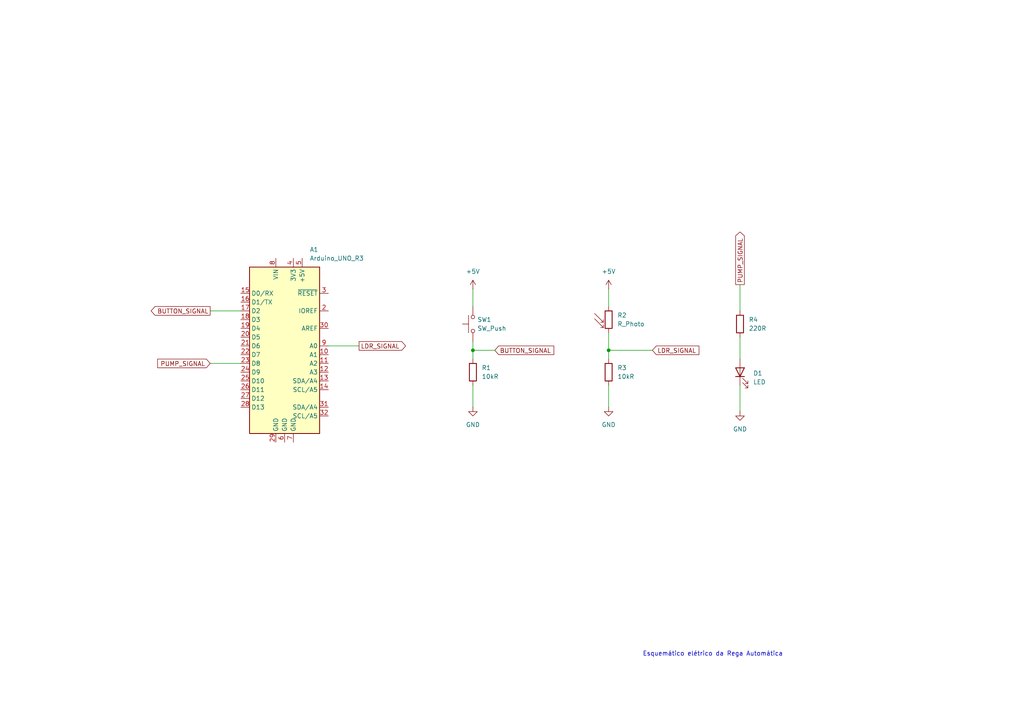
<source format=kicad_sch>
(kicad_sch (version 20231120) (generator "eeschema") (generator_version "8.0")
  (paper "A4")
  (lib_symbols
    (symbol "Device:LED" (pin_numbers hide) (pin_names (offset 1.016) hide)
      (property "Reference" "D" (at 0 2.54 0))
      (property "Value" "LED" (at 0 -2.54 0))
      (symbol "LED_0_1"
        (polyline (pts (xy -1.27 -1.27) (xy -1.27 1.27)) (stroke (width 0.254)))
        (polyline (pts (xy -1.27 0) (xy 1.27 0)))
        (polyline (pts (xy 1.27 -1.27) (xy 1.27 1.27) (xy -1.27 0) (xy 1.27 -1.27)) (stroke (width 0.254)))
        (polyline (pts (xy -3.048 -0.762) (xy -4.572 -2.286) (xy -3.81 -2.286) (xy -4.572 -2.286) (xy -4.572 -1.524)))
        (polyline (pts (xy -1.778 -0.762) (xy -3.302 -2.286) (xy -2.54 -2.286) (xy -3.302 -2.286) (xy -3.302 -1.524)))
      )
      (symbol "LED_1_1"
        (pin passive line (at -3.81 0 0) (length 2.54) (name "K") (number "1"))
        (pin passive line (at 3.81 0 180) (length 2.54) (name "A") (number "2"))
      )
    )
    (symbol "Device:R" (pin_numbers hide) (pin_names (offset 0))
      (property "Reference" "R" (at 2.032 0 90))
      (property "Value" "R" (at 0 0 90))
      (symbol "R_0_1"
        (rectangle (start -1.016 -2.54) (end 1.016 2.54) (stroke (width 0.254)))
      )
      (symbol "R_1_1"
        (pin passive line (at 0 3.81 270) (length 1.27) (name "~") (number "1"))
        (pin passive line (at 0 -3.81 90) (length 1.27) (name "~") (number "2"))
      )
    )
    (symbol "Device:R_Photo" (pin_numbers hide) (pin_names (offset 0))
      (property "Reference" "R" (at 1.27 1.27 0))
      (property "Value" "R_Photo" (at 1.27 0 0))
      (symbol "R_Photo_0_1"
        (rectangle (start -1.016 2.54) (end 1.016 -2.54) (stroke (width 0.254)))
        (polyline (pts (xy -1.524 -2.286) (xy -4.064 0.254)))
        (polyline (pts (xy -1.524 -2.286) (xy -2.286 -2.286)))
        (polyline (pts (xy -1.524 -2.286) (xy -1.524 -1.524)))
        (polyline (pts (xy -1.524 -0.762) (xy -4.064 1.778)))
        (polyline (pts (xy -1.524 -0.762) (xy -2.286 -0.762)))
        (polyline (pts (xy -1.524 -0.762) (xy -1.524 0)))
      )
      (symbol "R_Photo_1_1"
        (pin passive line (at 0 3.81 270) (length 1.27) (name "~") (number "1"))
        (pin passive line (at 0 -3.81 90) (length 1.27) (name "~") (number "2"))
      )
    )
    (symbol "MCU_Module:Arduino_UNO_R3"
      (property "Reference" "A" (at -10.16 23.495 0))
      (property "Value" "Arduino_UNO_R3" (at 5.08 -26.67 0))
      (symbol "Arduino_UNO_R3_0_1"
        (rectangle (start -10.16 22.86) (end 10.16 -25.4) (stroke (width 0.254)) (fill (type background)))
      )
      (symbol "Arduino_UNO_R3_1_1"
        (pin no_connect line (at -10.16 -20.32 0) (length 2.54) hide (name "NC") (number "1"))
        (pin bidirectional line (at 12.7 -2.54 180) (length 2.54) (name "A1") (number "10"))
        (pin bidirectional line (at 12.7 -5.08 180) (length 2.54) (name "A2") (number "11"))
        (pin bidirectional line (at 12.7 -7.62 180) (length 2.54) (name "A3") (number "12"))
        (pin bidirectional line (at 12.7 -10.16 180) (length 2.54) (name "SDA/A4") (number "13"))
        (pin bidirectional line (at 12.7 -12.7 180) (length 2.54) (name "SCL/A5") (number "14"))
        (pin bidirectional line (at -12.7 15.24 0) (length 2.54) (name "D0/RX") (number "15"))
        (pin bidirectional line (at -12.7 12.7 0) (length 2.54) (name "D1/TX") (number "16"))
        (pin bidirectional line (at -12.7 10.16 0) (length 2.54) (name "D2") (number "17"))
        (pin bidirectional line (at -12.7 7.62 0) (length 2.54) (name "D3") (number "18"))
        (pin bidirectional line (at -12.7 5.08 0) (length 2.54) (name "D4") (number "19"))
        (pin output line (at 12.7 10.16 180) (length 2.54) (name "IOREF") (number "2"))
        (pin bidirectional line (at -12.7 2.54 0) (length 2.54) (name "D5") (number "20"))
        (pin bidirectional line (at -12.7 0 0) (length 2.54) (name "D6") (number "21"))
        (pin bidirectional line (at -12.7 -2.54 0) (length 2.54) (name "D7") (number "22"))
        (pin bidirectional line (at -12.7 -5.08 0) (length 2.54) (name "D8") (number "23"))
        (pin bidirectional line (at -12.7 -7.62 0) (length 2.54) (name "D9") (number "24"))
        (pin bidirectional line (at -12.7 -10.16 0) (length 2.54) (name "D10") (number "25"))
        (pin bidirectional line (at -12.7 -12.7 0) (length 2.54) (name "D11") (number "26"))
        (pin bidirectional line (at -12.7 -15.24 0) (length 2.54) (name "D12") (number "27"))
        (pin bidirectional line (at -12.7 -17.78 0) (length 2.54) (name "D13") (number "28"))
        (pin power_in line (at -2.54 -27.94 90) (length 2.54) (name "GND") (number "29"))
        (pin input line (at 12.7 15.24 180) (length 2.54) (name "~{RESET}") (number "3"))
        (pin input line (at 12.7 5.08 180) (length 2.54) (name "AREF") (number "30"))
        (pin bidirectional line (at 12.7 -17.78 180) (length 2.54) (name "SDA/A4") (number "31"))
        (pin bidirectional line (at 12.7 -20.32 180) (length 2.54) (name "SCL/A5") (number "32"))
        (pin power_out line (at 2.54 25.4 270) (length 2.54) (name "3V3") (number "4"))
        (pin power_out line (at 5.08 25.4 270) (length 2.54) (name "+5V") (number "5"))
        (pin power_in line (at 0 -27.94 90) (length 2.54) (name "GND") (number "6"))
        (pin power_in line (at 2.54 -27.94 90) (length 2.54) (name "GND") (number "7"))
        (pin power_in line (at -2.54 25.4 270) (length 2.54) (name "VIN") (number "8"))
        (pin bidirectional line (at 12.7 0 180) (length 2.54) (name "A0") (number "9"))
      )
    )
    (symbol "Switch:SW_Push" (pin_numbers hide) (pin_names (offset 1.016) hide)
      (property "Reference" "SW" (at 1.27 2.54 0))
      (property "Value" "SW_Push" (at 0 -1.524 0))
      (symbol "SW_Push_0_1"
        (circle (center -2.032 0) (radius 0.508))
        (polyline (pts (xy 0 1.27) (xy 0 3.048)))
        (polyline (pts (xy 2.54 1.27) (xy -2.54 1.27)))
        (circle (center 2.032 0) (radius 0.508))
        (pin passive line (at -5.08 0 0) (length 2.54) (name "1") (number "1"))
        (pin passive line (at 5.08 0 180) (length 2.54) (name "2") (number "2"))
      )
    )
    (symbol "power:+5V" (power) (pin_numbers hide) (pin_names (offset 0) hide)
      (property "Value" "+5V" (at 0 3.556 0))
      (symbol "+5V_0_1"
        (polyline (pts (xy -0.762 1.27) (xy 0 2.54)))
        (polyline (pts (xy 0 0) (xy 0 2.54)))
        (polyline (pts (xy 0 2.54) (xy 0.762 1.27)))
      )
      (symbol "+5V_1_1"
        (pin power_in line (at 0 0 90) (length 0) (name "~") (number "1"))
      )
    )
    (symbol "power:GND" (power) (pin_numbers hide) (pin_names (offset 0) hide)
      (property "Value" "GND" (at 0 -3.81 0))
      (symbol "GND_0_1"
        (polyline (pts (xy 0 0) (xy 0 -1.27) (xy 1.27 -1.27) (xy 0 -2.54) (xy -1.27 -1.27) (xy 0 -1.27)))
      )
      (symbol "GND_1_1"
        (pin power_in line (at 0 0 270) (length 0) (name "~") (number "1"))
      )
    )
  )
  (junction (at 137.16 101.6))
  (junction (at 176.53 101.6))
  (wire (pts (xy 176.53 96.52) (xy 176.53 101.6)))
  (wire (pts (xy 214.63 111.76) (xy 214.63 119.38)))
  (wire (pts (xy 214.63 82.55) (xy 214.63 90.17)))
  (wire (pts (xy 137.16 101.6) (xy 137.16 104.14)))
  (wire (pts (xy 176.53 101.6) (xy 189.23 101.6)))
  (wire (pts (xy 176.53 111.76) (xy 176.53 118.11)))
  (wire (pts (xy 137.16 99.06) (xy 137.16 101.6)))
  (wire (pts (xy 137.16 111.76) (xy 137.16 118.11)))
  (wire (pts (xy 176.53 83.82) (xy 176.53 88.9)))
  (wire (pts (xy 176.53 101.6) (xy 176.53 104.14)))
  (wire (pts (xy 60.96 90.17) (xy 69.85 90.17)))
  (wire (pts (xy 95.25 100.33) (xy 104.14 100.33)))
  (wire (pts (xy 137.16 83.82) (xy 137.16 88.9)))
  (wire (pts (xy 214.63 97.79) (xy 214.63 104.14)))
  (wire (pts (xy 60.96 105.41) (xy 69.85 105.41)))
  (wire (pts (xy 137.16 101.6) (xy 143.51 101.6)))
  (text "Esquemático elétrico da Rega Automática" (at 206.756 189.738 0) (effects (font (size 1.27 1.27))))
  (global_label "PUMP_SIGNAL" (shape output) (at 214.63 82.55 90) (property "Intersheetrefs" "${INTERSHEET_REFS}" (effects (hide yes))))
  (global_label "LDR_SIGNAL" (shape output) (at 104.14 100.33 0) (property "Intersheetrefs" "${INTERSHEET_REFS}" (effects (hide yes))))
  (global_label "BUTTON_SIGNAL" (shape input) (at 143.51 101.6 0) (property "Intersheetrefs" "${INTERSHEET_REFS}" (effects (hide yes))))
  (global_label "LDR_SIGNAL" (shape input) (at 189.23 101.6 0) (property "Intersheetrefs" "${INTERSHEET_REFS}" (effects (hide yes))))
  (global_label "PUMP_SIGNAL" (shape input) (at 60.96 105.41 180) (property "Intersheetrefs" "${INTERSHEET_REFS}" (effects (hide yes))))
  (global_label "BUTTON_SIGNAL" (shape output) (at 60.96 90.17 180) (property "Intersheetrefs" "${INTERSHEET_REFS}" (effects (hide yes))))
  (symbol (lib_id "power:+5V") (at 137.16 83.82 0) (unit 1)
    (property "Reference" "#PWR03" (effects (hide yes)))
    (property "Value" "+5V" (at 137.16 78.74 0))
    (property "Description" "Power symbol creates a global label with name \"+5V\"" (effects (hide yes)))
  )
  (symbol (lib_id "Switch:SW_Push") (at 137.16 93.98 90) (unit 1)
    (property "Reference" "SW1" (at 138.43 92.7099 90) (effects (justify right)))
    (property "Value" "SW_Push" (at 138.43 95.2499 90) (effects (justify right)))
    (property "Description" "Push button switch, generic, two pins" (effects (hide yes)))
  )
  (symbol (lib_id "power:+5V") (at 176.53 83.82 0) (unit 1)
    (property "Reference" "#PWR04" (effects (hide yes)))
    (property "Value" "+5V" (at 176.53 78.74 0))
    (property "Description" "Power symbol creates a global label with name \"+5V\"" (effects (hide yes)))
  )
  (symbol (lib_id "Device:R") (at 137.16 107.95 0) (unit 1)
    (property "Reference" "R1" (at 139.7 106.6799 0) (effects (justify left)))
    (property "Value" "10kR" (at 139.7 109.2199 0) (effects (justify left)))
    (property "Description" "Resistor" (effects (hide yes)))
  )
  (symbol (lib_id "power:GND") (at 137.16 118.11 0) (unit 1)
    (property "Reference" "#PWR02" (effects (hide yes)))
    (property "Value" "GND" (at 137.16 123.19 0))
    (property "Description" "Power symbol creates a global label with name \"GND\" , ground" (effects (hide yes)))
  )
  (symbol (lib_id "MCU_Module:Arduino_UNO_R3") (at 82.55 100.33 0) (unit 1)
    (property "Reference" "A1" (at 89.8241 72.39 0) (effects (justify left)))
    (property "Value" "Arduino_UNO_R3" (at 89.8241 74.93 0) (effects (justify left)))
    (property "Footprint" "Module:Arduino_UNO_R3" (effects (hide yes)))
    (property "Datasheet" "https://www.arduino.cc/en/Main/arduinoBoardUno" (effects (hide yes)))
    (property "Description" "Arduino UNO Microcontroller Module, release 3" (effects (hide yes)))
  )
  (symbol (lib_id "power:GND") (at 214.63 119.38 0) (unit 1)
    (property "Reference" "#PWR06" (effects (hide yes)))
    (property "Value" "GND" (at 214.63 124.46 0))
    (property "Description" "Power symbol creates a global label with name \"GND\" , ground" (effects (hide yes)))
  )
  (symbol (lib_id "power:GND") (at 176.53 118.11 0) (unit 1)
    (property "Reference" "#PWR05" (effects (hide yes)))
    (property "Value" "GND" (at 176.53 123.19 0))
    (property "Description" "Power symbol creates a global label with name \"GND\" , ground" (effects (hide yes)))
  )
  (symbol (lib_id "Device:R") (at 176.53 107.95 0) (unit 1)
    (property "Reference" "R3" (at 179.07 106.6799 0) (effects (justify left)))
    (property "Value" "10kR" (at 179.07 109.2199 0) (effects (justify left)))
    (property "Description" "Resistor" (effects (hide yes)))
  )
  (symbol (lib_id "Device:R_Photo") (at 176.53 92.71 0) (unit 1)
    (property "Reference" "R2" (at 179.07 91.4399 0) (effects (justify left)))
    (property "Value" "R_Photo" (at 179.07 93.9799 0) (effects (justify left)))
    (property "Description" "Photoresistor" (effects (hide yes)))
  )
  (symbol (lib_id "Device:R") (at 214.63 93.98 0) (unit 1)
    (property "Reference" "R4" (at 217.17 92.7099 0) (effects (justify left)))
    (property "Value" "220R" (at 217.17 95.2499 0) (effects (justify left)))
    (property "Description" "Resistor" (effects (hide yes)))
  )
  (symbol (lib_id "Device:LED") (at 214.63 107.95 90) (unit 1)
    (property "Reference" "D1" (at 218.44 108.2674 90) (effects (justify right)))
    (property "Value" "LED" (at 218.44 110.8074 90) (effects (justify right)))
    (property "Description" "Light emitting diode" (effects (hide yes)))
  )
)
</source>
